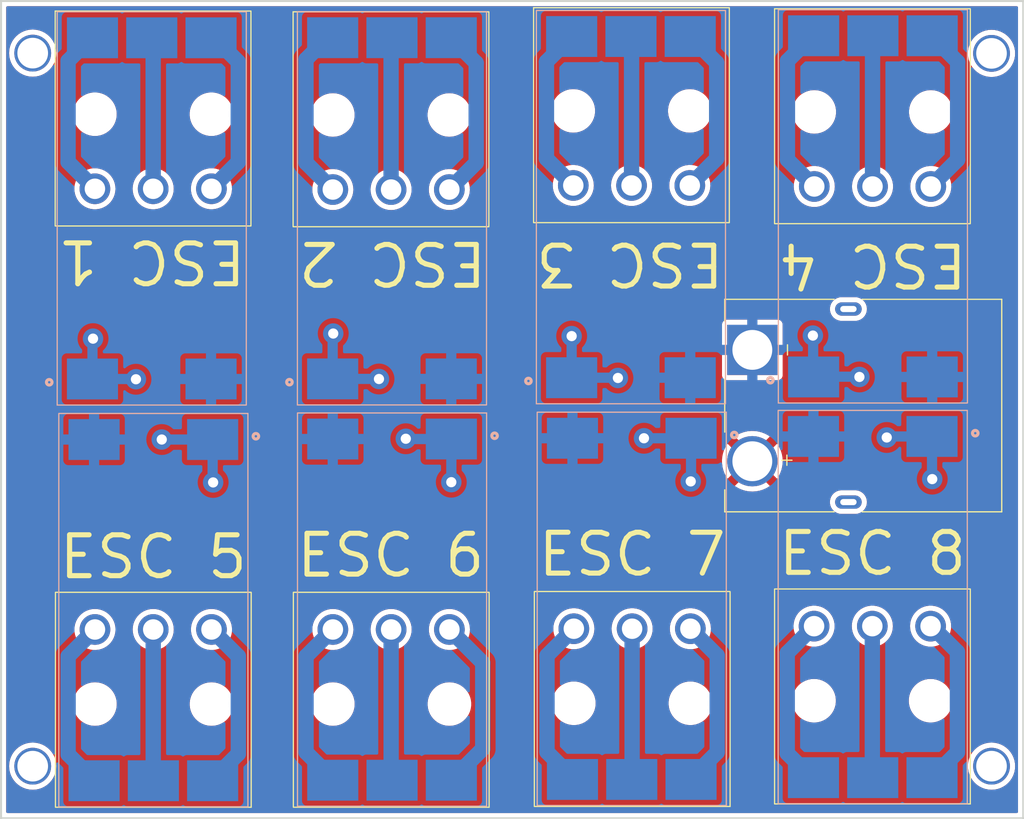
<source format=kicad_pcb>
(kicad_pcb (version 20221018) (generator pcbnew)
  (layers (0 "F.Cu" signal) (31 "B.Cu" signal) (34 "B.Paste" user) (35 "F.Paste" user) (36 "B.SilkS" user "B.Silkscreen") (37 "F.SilkS" user "F.Silkscreen") (38 "B.Mask" user) (39 "F.Mask" user) (44 "Edge.Cuts" user))
  (net 0 "")
  (net 1 "Net-(J1-Pad1)")
  (net 2 "Net-(J1-Pad2)")
  (net 3 "Net-(J1-Pad3)")
  (net 4 "Net-(J2-Pad1)")
  (net 5 "Net-(J2-Pad2)")
  (net 6 "Net-(J2-Pad3)")
  (net 7 "Net-(J3-Pad1)")
  (net 8 "Net-(J3-Pad2)")
  (net 9 "Net-(J3-Pad3)")
  (net 10 "Net-(J4-Pad1)")
  (net 11 "Net-(J4-Pad2)")
  (net 12 "Net-(J4-Pad3)")
  (net 13 "Net-(J5-Pad1)")
  (net 14 "Net-(J5-Pad2)")
  (net 15 "Net-(J5-Pad3)")
  (net 16 "Net-(J6-Pad1)")
  (net 17 "Net-(J6-Pad2)")
  (net 18 "Net-(J6-Pad3)")
  (net 19 "Net-(J7-Pad1)")
  (net 20 "Net-(J7-Pad2)")
  (net 21 "Net-(J7-Pad3)")
  (net 22 "Net-(J8-Pad1)")
  (net 23 "Net-(J8-Pad2)")
  (net 24 "Net-(J8-Pad3)")
  (net 25 "+BATT")
  (net 26 "GND")
  (footprint "0_misc:plated_hole_3.0x3.6mm" (layer "F.Cu") (at 146.9 124.9)
    (fp_text reference "U13" hide)
    (fp_text value "Mounting-holes" hide)
    (pad "1" thru_hole circle (at 0 0) (size 3.6 3.6) (drill 3) (layers "*.Cu" "*.Mask"))
  )
  (footprint "5_Connectors_Molex:MegaF_RAH_Single_3x5.7mm" (layer "F.Cu") (at 135.265 72.155 180)
    (fp_text reference "J8" hide)
    (fp_text value "header_01x03" hide)
    (fp_rect (start 9.59 21.4) (end -9.56 0.36) (stroke (width 0.12)) (fill none) (layer "F.SilkS"))
    (pad "" np_thru_hole circle (at -5.695 11.3 180) (size 3.25 3.25) (drill 3.25) (layers "F&B.Cu" "*.Mask"))
    (pad "" np_thru_hole circle (at 5.705 11.3 180) (size 3.25 3.25) (drill 3.25) (layers "F&B.Cu" "*.Mask"))
    (pad "1" thru_hole circle (at -5.695 4 180) (size 3 3) (drill 2) (layers "*.Cu" "*.Mask") (net 22 "Net-(J8-Pad1)"))
    (pad "2" thru_hole circle (at 0.005 4 180) (size 3 3) (drill 2) (layers "*.Cu" "*.Mask") (net 23 "Net-(J8-Pad2)"))
    (pad "3" thru_hole circle (at 5.705 4 180) (size 3 3) (drill 2) (layers "*.Cu" "*.Mask") (net 24 "Net-(J8-Pad3)"))
  )
  (footprint "5_Connectors_Molex:MegaF_RAH_Single_3x5.7mm" (layer "F.Cu") (at 111.69 72.055 180)
    (fp_text reference "J7" hide)
    (fp_text value "header_01x03" hide)
    (fp_rect (start 9.59 21.4) (end -9.56 0.36) (stroke (width 0.12)) (fill none) (layer "F.SilkS"))
    (pad "" np_thru_hole circle (at -5.695 11.3 180) (size 3.25 3.25) (drill 3.25) (layers "F&B.Cu" "*.Mask"))
    (pad "" np_thru_hole circle (at 5.705 11.3 180) (size 3.25 3.25) (drill 3.25) (layers "F&B.Cu" "*.Mask"))
    (pad "1" thru_hole circle (at -5.695 4 180) (size 3 3) (drill 2) (layers "*.Cu" "*.Mask") (net 19 "Net-(J7-Pad1)"))
    (pad "2" thru_hole circle (at 0.005 4 180) (size 3 3) (drill 2) (layers "*.Cu" "*.Mask") (net 20 "Net-(J7-Pad2)"))
    (pad "3" thru_hole circle (at 5.705 4 180) (size 3 3) (drill 2) (layers "*.Cu" "*.Mask") (net 21 "Net-(J7-Pad3)"))
  )
  (footprint "0_misc:plated_hole_3.0x3.6mm" (layer "F.Cu") (at 146.9 55.125)
    (fp_text reference "U11" hide)
    (fp_text value "Mounting-holes" hide)
    (pad "1" thru_hole circle (at 0 0) (size 3.6 3.6) (drill 3) (layers "*.Cu" "*.Mask"))
  )
  (footprint "5_Connectors_Molex:MegaF_RAH_Single_3x5.7mm" (layer "F.Cu") (at 64.885 107.52)
    (fp_text reference "J4" hide)
    (fp_text value "header_01x03" hide)
    (fp_rect (start 9.59 21.4) (end -9.56 0.36) (stroke (width 0.12)) (fill none) (layer "F.SilkS"))
    (pad "" np_thru_hole circle (at -5.695 11.3) (size 3.25 3.25) (drill 3.25) (layers "F&B.Cu" "*.Mask"))
    (pad "" np_thru_hole circle (at 5.705 11.3) (size 3.25 3.25) (drill 3.25) (layers "F&B.Cu" "*.Mask"))
    (pad "1" thru_hole circle (at -5.695 4) (size 3 3) (drill 2) (layers "*.Cu" "*.Mask") (net 10 "Net-(J4-Pad1)"))
    (pad "2" thru_hole circle (at 0.005 4) (size 3 3) (drill 2) (layers "*.Cu" "*.Mask") (net 11 "Net-(J4-Pad2)"))
    (pad "3" thru_hole circle (at 5.705 4) (size 3 3) (drill 2) (layers "*.Cu" "*.Mask") (net 12 "Net-(J4-Pad3)"))
  )
  (footprint "5_Connectors_Molex:MegaF_RAH_Single_3x5.7mm" (layer "F.Cu") (at 88.165 72.455 180)
    (fp_text reference "J5" hide)
    (fp_text value "header_01x03" hide)
    (fp_rect (start 9.59 21.4) (end -9.56 0.36) (stroke (width 0.12)) (fill none) (layer "F.SilkS"))
    (pad "" np_thru_hole circle (at -5.695 11.3 180) (size 3.25 3.25) (drill 3.25) (layers "F&B.Cu" "*.Mask"))
    (pad "" np_thru_hole circle (at 5.705 11.3 180) (size 3.25 3.25) (drill 3.25) (layers "F&B.Cu" "*.Mask"))
    (pad "1" thru_hole circle (at -5.695 4 180) (size 3 3) (drill 2) (layers "*.Cu" "*.Mask") (net 13 "Net-(J5-Pad1)"))
    (pad "2" thru_hole circle (at 0.005 4 180) (size 3 3) (drill 2) (layers "*.Cu" "*.Mask") (net 14 "Net-(J5-Pad2)"))
    (pad "3" thru_hole circle (at 5.705 4 180) (size 3 3) (drill 2) (layers "*.Cu" "*.Mask") (net 15 "Net-(J5-Pad3)"))
  )
  (footprint "5_Connectors_Molex:MegaF_RAH_Single_3x5.7mm" (layer "F.Cu") (at 135.235 107.195)
    (fp_text reference "J3" hide)
    (fp_text value "header_01x03" hide)
    (fp_rect (start 9.59 21.4) (end -9.56 0.36) (stroke (width 0.12)) (fill none) (layer "F.SilkS"))
    (pad "" np_thru_hole circle (at -5.695 11.3) (size 3.25 3.25) (drill 3.25) (layers "F&B.Cu" "*.Mask"))
    (pad "" np_thru_hole circle (at 5.705 11.3) (size 3.25 3.25) (drill 3.25) (layers "F&B.Cu" "*.Mask"))
    (pad "1" thru_hole circle (at -5.695 4) (size 3 3) (drill 2) (layers "*.Cu" "*.Mask") (net 7 "Net-(J3-Pad1)"))
    (pad "2" thru_hole circle (at 0.005 4) (size 3 3) (drill 2) (layers "*.Cu" "*.Mask") (net 8 "Net-(J3-Pad2)"))
    (pad "3" thru_hole circle (at 5.705 4) (size 3 3) (drill 2) (layers "*.Cu" "*.Mask") (net 9 "Net-(J3-Pad3)"))
  )
  (footprint "5_Connectors_Molex:MegaF_RAH_Single_3x5.7mm" (layer "F.Cu") (at 64.89 72.38 180)
    (fp_text reference "J2" hide)
    (fp_text value "header_01x03" hide)
    (fp_rect (start 9.59 21.4) (end -9.56 0.36) (stroke (width 0.12)) (fill none) (layer "F.SilkS"))
    (pad "" np_thru_hole circle (at -5.695 11.3 180) (size 3.25 3.25) (drill 3.25) (layers "F&B.Cu" "*.Mask"))
    (pad "" np_thru_hole circle (at 5.705 11.3 180) (size 3.25 3.25) (drill 3.25) (layers "F&B.Cu" "*.Mask"))
    (pad "1" thru_hole circle (at -5.695 4 180) (size 3 3) (drill 2) (layers "*.Cu" "*.Mask") (net 4 "Net-(J2-Pad1)"))
    (pad "2" thru_hole circle (at 0.005 4 180) (size 3 3) (drill 2) (layers "*.Cu" "*.Mask") (net 5 "Net-(J2-Pad2)"))
    (pad "3" thru_hole circle (at 5.705 4 180) (size 3 3) (drill 2) (layers "*.Cu" "*.Mask") (net 6 "Net-(J2-Pad3)"))
  )
  (footprint "5_Connectors_Molex:MegaF_RAH_Single_3x5.7mm" (layer "F.Cu") (at 111.735 107.445)
    (fp_text reference "J1" hide)
    (fp_text value "header_01x03" hide)
    (fp_rect (start 9.59 21.4) (end -9.56 0.36) (stroke (width 0.12)) (fill none) (layer "F.SilkS"))
    (pad "" np_thru_hole circle (at -5.695 11.3) (size 3.25 3.25) (drill 3.25) (layers "F&B.Cu" "*.Mask"))
    (pad "" np_thru_hole circle (at 5.705 11.3) (size 3.25 3.25) (drill 3.25) (layers "F&B.Cu" "*.Mask"))
    (pad "1" thru_hole circle (at -5.695 4) (size 3 3) (drill 2) (layers "*.Cu" "*.Mask") (net 1 "Net-(J1-Pad1)"))
    (pad "2" thru_hole circle (at 0.005 4) (size 3 3) (drill 2) (layers "*.Cu" "*.Mask") (net 2 "Net-(J1-Pad2)"))
    (pad "3" thru_hole circle (at 5.705 4) (size 3 3) (drill 2) (layers "*.Cu" "*.Mask") (net 3 "Net-(J1-Pad3)"))
  )
  (footprint "0_misc:plated_hole_3.0x3.6mm" (layer "F.Cu") (at 53.1 55.1)
    (fp_text reference "U10" hide)
    (fp_text value "Mounting-holes" hide)
    (pad "1" thru_hole circle (at 0 0) (size 3.6 3.6) (drill 3) (layers "*.Cu" "*.Mask"))
  )
  (footprint "5_Connectors_AMASS:AMASS_XT90PW-M_Horizontal" (layer "F.Cu") (at 135.54 89.61 -90)
    (fp_text reference "U1" hide)
    (fp_text value "XT90PW-M" hide)
    (fp_line (start -10.41 -12.36) (end -10.41 1.29) (stroke (width 0.127)) (layer "F.SilkS"))
    (fp_line (start -10.41 4.04) (end -10.41 14.74) (stroke (width 0.127)) (layer "F.SilkS"))
    (fp_line (start -10.41 14.74) (end -8.26 14.74) (stroke (width 0.127)) (layer "F.SilkS"))
    (fp_line (start -4.96 8.6) (end -5.96 8.6) (stroke (width 0.127)) (layer "F.SilkS"))
    (fp_line (start 2.59 14.74) (end -2.61 14.74) (stroke (width 0.127)) (layer "F.SilkS"))
    (fp_line (start 4.84 8.66) (end 5.84 8.66) (stroke (width 0.127)) (layer "F.SilkS"))
    (fp_line (start 5.34 8.16) (end 5.34 9.16) (stroke (width 0.127)) (layer "F.SilkS"))
    (fp_line (start 8.24 14.74) (end 10.39 14.74) (stroke (width 0.127)) (layer "F.SilkS"))
    (fp_line (start 10.39 -12.36) (end -10.41 -12.36) (stroke (width 0.127)) (layer "F.SilkS"))
    (fp_line (start 10.39 1.29) (end 10.39 -12.36) (stroke (width 0.127)) (layer "F.SilkS"))
    (fp_line (start 10.39 14.74) (end 10.39 4.04) (stroke (width 0.127)) (layer "F.SilkS"))
    (pad "" thru_hole oval (at -9.46 2.64 90) (size 1.3 2.6) (drill oval 0.6 1.6) (layers "*.Cu" "*.Mask"))
    (pad "" thru_hole oval (at 9.44 2.64 90) (size 1.3 2.6) (drill oval 0.6 1.6) (layers "*.Cu" "*.Mask"))
    (pad "1" thru_hole rect (at -5.46 12.04 90) (size 4.916 4.916) (drill 3.9) (layers "*.Cu" "*.Mask") (net 26 "GND"))
    (pad "2" thru_hole circle (at 5.44 12.04 90) (size 4.916 4.916) (drill 3.9) (layers "*.Cu" "*.Mask") (net 25 "+BATT"))
  )
  (footprint "0_misc:plated_hole_3.0x3.6mm" (layer "F.Cu") (at 53.1 124.9)
    (fp_text reference "U12" hide)
    (fp_text value "Mounting-holes" hide)
    (pad "1" thru_hole circle (at 0 0) (size 3.6 3.6) (drill 3) (layers "*.Cu" "*.Mask"))
  )
  (footprint "5_Connectors_Molex:MegaF_RAH_Single_3x5.7mm" (layer "F.Cu") (at 88.16 107.52)
    (fp_text reference "J6" hide)
    (fp_text value "header_01x03" hide)
    (fp_rect (start 9.59 21.4) (end -9.56 0.36) (stroke (width 0.12)) (fill none) (layer "F.SilkS"))
    (pad "" np_thru_hole circle (at -5.695 11.3) (size 3.25 3.25) (drill 3.25) (layers "F&B.Cu" "*.Mask"))
    (pad "" np_thru_hole circle (at 5.705 11.3) (size 3.25 3.25) (drill 3.25) (layers "F&B.Cu" "*.Mask"))
    (pad "1" thru_hole circle (at -5.695 4) (size 3 3) (drill 2) (layers "*.Cu" "*.Mask") (net 16 "Net-(J6-Pad1)"))
    (pad "2" thru_hole circle (at 0.005 4) (size 3 3) (drill 2) (layers "*.Cu" "*.Mask") (net 17 "Net-(J6-Pad2)"))
    (pad "3" thru_hole circle (at 5.705 4) (size 3 3) (drill 2) (layers "*.Cu" "*.Mask") (net 18 "Net-(J6-Pad3)"))
  )
  (footprint "hot_swap_footprints:esc" (layer "B.Cu") (at 111.625 70.175)
    (fp_text reference "U8" hide)
    (fp_text value "ESC" hide)
    (fp_rect (start -9.25 19.25) (end 9.25 -19.25) (stroke (width 0.12)) (fill none) (layer "B.SilkS"))
    (fp_circle (center -10.03 17.02) (end -9.758338 17.02) (stroke (width 0.3)) (fill none) (layer "B.SilkS"))
    (pad "1" smd rect (at -5.8 16.7) (size 5 4) (layers "B.Cu" "B.Paste" "B.Mask") (net 25 "+BATT"))
    (pad "2" smd rect (at 5.8 16.7) (size 5 4) (layers "B.Cu" "B.Paste" "B.Mask") (net 26 "GND"))
    (pad "3" smd rect (at -5.8 -16.7) (size 5 4) (layers "B.Cu" "B.Paste" "B.Mask") (net 21 "Net-(J7-Pad3)"))
    (pad "4" smd rect (at 0 -16.7) (size 5 4) (layers "B.Cu" "B.Paste" "B.Mask") (net 20 "Net-(J7-Pad2)"))
    (pad "5" smd rect (at 5.8 -16.7) (size 5 4) (layers "B.Cu" "B.Paste" "B.Mask") (net 19 "Net-(J7-Pad1)"))
  )
  (footprint "hot_swap_footprints:esc" (layer "B.Cu") (at 88.254169 109.575 180)
    (fp_text reference "U7" hide)
    (fp_text value "ESC" hide)
    (fp_rect (start -9.25 19.25) (end 9.25 -19.25) (stroke (width 0.12)) (fill none) (layer "B.SilkS"))
    (fp_circle (center -10.03 17.02) (end -9.758338 17.02) (stroke (width 0.3)) (fill none) (layer "B.SilkS"))
    (pad "1" smd rect (at -5.8 16.7 180) (size 5 4) (layers "B.Cu" "B.Paste" "B.Mask") (net 25 "+BATT"))
    (pad "2" smd rect (at 5.8 16.7 180) (size 5 4) (layers "B.Cu" "B.Paste" "B.Mask") (net 26 "GND"))
    (pad "3" smd rect (at -5.8 -16.7 180) (size 5 4) (layers "B.Cu" "B.Paste" "B.Mask") (net 18 "Net-(J6-Pad3)"))
    (pad "4" smd rect (at 0 -16.7 180) (size 5 4) (layers "B.Cu" "B.Paste" "B.Mask") (net 17 "Net-(J6-Pad2)"))
    (pad "5" smd rect (at 5.8 -16.7 180) (size 5 4) (layers "B.Cu" "B.Paste" "B.Mask") (net 16 "Net-(J6-Pad1)"))
  )
  (footprint "hot_swap_footprints:esc" (layer "B.Cu") (at 135.295831 70.1)
    (fp_text reference "U9" hide)
    (fp_text value "ESC" hide)
    (fp_rect (start -9.25 19.25) (end 9.25 -19.25) (stroke (width 0.12)) (fill none) (layer "B.SilkS"))
    (fp_circle (center -10.03 17.02) (end -9.758338 17.02) (stroke (width 0.3)) (fill none) (layer "B.SilkS"))
    (pad "1" smd rect (at -5.8 16.7) (size 5 4) (layers "B.Cu" "B.Paste" "B.Mask") (net 25 "+BATT"))
    (pad "2" smd rect (at 5.8 16.7) (size 5 4) (layers "B.Cu" "B.Paste" "B.Mask") (net 26 "GND"))
    (pad "3" smd rect (at -5.8 -16.7) (size 5 4) (layers "B.Cu" "B.Paste" "B.Mask") (net 24 "Net-(J8-Pad3)"))
    (pad "4" smd rect (at 0 -16.7) (size 5 4) (layers "B.Cu" "B.Paste" "B.Mask") (net 23 "Net-(J8-Pad2)"))
    (pad "5" smd rect (at 5.8 -16.7) (size 5 4) (layers "B.Cu" "B.Paste" "B.Mask") (net 22 "Net-(J8-Pad1)"))
  )
  (footprint "hot_swap_footprints:esc" (layer "B.Cu") (at 88.245831 70.29)
    (fp_text reference "U6" hide)
    (fp_text value "ESC" hide)
    (fp_rect (start -9.25 19.25) (end 9.25 -19.25) (stroke (width 0.12)) (fill none) (layer "B.SilkS"))
    (fp_circle (center -10.03 17.02) (end -9.758338 17.02) (stroke (width 0.3)) (fill none) (layer "B.SilkS"))
    (pad "1" smd rect (at -5.8 16.7) (size 5 4) (layers "B.Cu" "B.Paste" "B.Mask") (net 25 "+BATT"))
    (pad "2" smd rect (at 5.8 16.7) (size 5 4) (layers "B.Cu" "B.Paste" "B.Mask") (net 26 "GND"))
    (pad "3" smd rect (at -5.8 -16.7) (size 5 4) (layers "B.Cu" "B.Paste" "B.Mask") (net 15 "Net-(J5-Pad3)"))
    (pad "4" smd rect (at 0 -16.7) (size 5 4) (layers "B.Cu" "B.Paste" "B.Mask") (net 14 "Net-(J5-Pad2)"))
    (pad "5" smd rect (at 5.8 -16.7) (size 5 4) (layers "B.Cu" "B.Paste" "B.Mask") (net 13 "Net-(J5-Pad1)"))
  )
  (footprint "hot_swap_footprints:esc" (layer "B.Cu") (at 64.903338 109.625 180)
    (fp_text reference "U5" hide)
    (fp_text value "ESC" hide)
    (fp_rect (start -9.25 19.25) (end 9.25 -19.25) (stroke (width 0.12)) (fill none) (layer "B.SilkS"))
    (fp_circle (center -10.03 17.02) (end -9.758338 17.02) (stroke (width 0.3)) (fill none) (layer "B.SilkS"))
    (pad "1" smd rect (at -5.8 16.7 180) (size 5 4) (layers "B.Cu" "B.Paste" "B.Mask") (net 25 "+BATT"))
    (pad "2" smd rect (at 5.8 16.7 180) (size 5 4) (layers "B.Cu" "B.Paste" "B.Mask") (net 26 "GND"))
    (pad "3" smd rect (at -5.8 -16.7 180) (size 5 4) (layers "B.Cu" "B.Paste" "B.Mask") (net 12 "Net-(J4-Pad3)"))
    (pad "4" smd rect (at 0 -16.7 180) (size 5 4) (layers "B.Cu" "B.Paste" "B.Mask") (net 11 "Net-(J4-Pad2)"))
    (pad "5" smd rect (at 5.8 -16.7 180) (size 5 4) (layers "B.Cu" "B.Paste" "B.Mask") (net 10 "Net-(J4-Pad1)"))
  )
  (footprint "hot_swap_footprints:esc" (layer "B.Cu") (at 64.745831 70.3)
    (fp_text reference "U3" hide)
    (fp_text value "ESC" hide)
    (fp_rect (start -9.25 19.25) (end 9.25 -19.25) (stroke (width 0.12)) (fill none) (layer "B.SilkS"))
    (fp_circle (center -10.03 17.02) (end -9.758338 17.02) (stroke (width 0.3)) (fill none) (layer "B.SilkS"))
    (pad "1" smd rect (at -5.8 16.7) (size 5 4) (layers "B.Cu" "B.Paste" "B.Mask") (net 25 "+BATT"))
    (pad "2" smd rect (at 5.8 16.7) (size 5 4) (layers "B.Cu" "B.Paste" "B.Mask") (net 26 "GND"))
    (pad "3" smd rect (at -5.8 -16.7) (size 5 4) (layers "B.Cu" "B.Paste" "B.Mask") (net 6 "Net-(J2-Pad3)"))
    (pad "4" smd rect (at 0 -16.7) (size 5 4) (layers "B.Cu" "B.Paste" "B.Mask") (net 5 "Net-(J2-Pad2)"))
    (pad "5" smd rect (at 5.8 -16.7) (size 5 4) (layers "B.Cu" "B.Paste" "B.Mask") (net 4 "Net-(J2-Pad1)"))
  )
  (footprint "hot_swap_footprints:esc" (layer "B.Cu") (at 111.704169 109.5 180)
    (fp_text reference "U2" hide)
    (fp_text value "ESC" hide)
    (fp_rect (start -9.25 19.25) (end 9.25 -19.25) (stroke (width 0.12)) (fill none) (layer "B.SilkS"))
    (fp_circle (center -10.03 17.02) (end -9.758338 17.02) (stroke (width 0.3)) (fill none) (layer "B.SilkS"))
    (pad "1" smd rect (at -5.8 16.7 180) (size 5 4) (layers "B.Cu" "B.Paste" "B.Mask") (net 25 "+BATT"))
    (pad "2" smd rect (at 5.8 16.7 180) (size 5 4) (layers "B.Cu" "B.Paste" "B.Mask") (net 26 "GND"))
    (pad "3" smd rect (at -5.8 -16.7 180) (size 5 4) (layers "B.Cu" "B.Paste" "B.Mask") (net 3 "Net-(J1-Pad3)"))
    (pad "4" smd rect (at 0 -16.7 180) (size 5 4) (layers "B.Cu" "B.Paste" "B.Mask") (net 2 "Net-(J1-Pad2)"))
    (pad "5" smd rect (at 5.8 -16.7 180) (size 5 4) (layers "B.Cu" "B.Paste" "B.Mask") (net 1 "Net-(J1-Pad1)"))
  )
  (footprint "hot_swap_footprints:esc" (layer "B.Cu") (at 135.279169 109.325 180)
    (fp_text reference "U4" hide)
    (fp_text value "ESC" hide)
    (fp_rect (start -9.25 19.25) (end 9.25 -19.25) (stroke (width 0.12)) (fill none) (layer "B.SilkS"))
    (fp_circle (center -10.03 17.02) (end -9.758338 17.02) (stroke (width 0.3)) (fill none) (layer "B.SilkS"))
    (pad "1" smd rect (at -5.8 16.7 180) (size 5 4) (layers "B.Cu" "B.Paste" "B.Mask") (net 25 "+BATT"))
    (pad "2" smd rect (at 5.8 16.7 180) (size 5 4) (layers "B.Cu" "B.Paste" "B.Mask") (net 26 "GND"))
    (pad "3" smd rect (at -5.8 -16.7 180) (size 5 4) (layers "B.Cu" "B.Paste" "B.Mask") (net 9 "Net-(J3-Pad3)"))
    (pad "4" smd rect (at 0 -16.7 180) (size 5 4) (layers "B.Cu" "B.Paste" "B.Mask") (net 8 "Net-(J3-Pad2)"))
    (pad "5" smd rect (at 5.8 -16.7 180) (size 5 4) (layers "B.Cu" "B.Paste" "B.Mask") (net 7 "Net-(J3-Pad1)"))
  )
  (gr_rect (start 50 50) (end 150 130) (stroke (width 0.2)) (fill none) (layer "Edge.Cuts"))
  (gr_text "ESC 7\n" (at 111.75 104.175) (layer "F.SilkS") (effects (font (size 4 4) (thickness 0.5))))
  (gr_text "ESC 5\n" (at 64.9 104.425) (layer "F.SilkS") (effects (font (size 4 4) (thickness 0.5))))
  (gr_text "ESC 3\n" (at 111.525 75.725 180) (layer "F.SilkS") (effects (font (size 4 4) (thickness 0.5))))
  (gr_text "ESC 4\n" (at 135.3 75.825 180) (layer "F.SilkS") (effects (font (size 4 4) (thickness 0.5))))
  (gr_text "ESC 2\n" (at 88.3 75.65 180) (layer "F.SilkS") (effects (font (size 4 4) (thickness 0.5))))
  (gr_text "ESC 6\n" (at 88.125 104.275) (layer "F.SilkS") (effects (font (size 4 4) (thickness 0.5))))
  (gr_text "ESC 1" (at 64.75 75.5 180) (layer "F.SilkS") (effects (font (size 4 4) (thickness 0.5))))
  (gr_text "ESC 8" (at 135.25 104.1) (layer "F.SilkS") (effects (font (size 4 4) (thickness 0.5))))
  (segment (start 106.04 111.445) (end 103.414999 114.070001) (width 1.5) (layer "B.Cu") (net 1))
  (segment (start 103.414999 123.514999) (end 105.875 125.975) (width 1.5) (layer "B.Cu") (net 1))
  (segment (start 103.414999 114.070001) (end 103.414999 123.514999) (width 1.5) (layer "B.Cu") (net 1))
  (segment (start 111.74 126.185) (end 111.725 126.2) (width 1.5) (layer "B.Cu") (net 2))
  (segment (start 111.74 111.445) (end 111.74 126.185) (width 1.5) (layer "B.Cu") (net 2))
  (segment (start 117.44 111.445) (end 120.065001 114.070001) (width 1.5) (layer "B.Cu") (net 3))
  (segment (start 120.065001 114.070001) (end 120.065001 123.534999) (width 1.5) (layer "B.Cu") (net 3))
  (segment (start 120.065001 123.534999) (end 117.525 126.075) (width 1.5) (layer "B.Cu") (net 3))
  (segment (start 70.585 68.38) (end 73.210001 65.754999) (width 1.5) (layer "B.Cu") (net 4))
  (segment (start 73.210001 65.754999) (end 73.210001 55.960001) (width 1.5) (layer "B.Cu") (net 4))
  (segment (start 73.210001 55.960001) (end 70.675 53.425) (width 1.5) (layer "B.Cu") (net 4))
  (segment (start 64.885 68.38) (end 64.885 53.61) (width 1.5) (layer "B.Cu") (net 5))
  (segment (start 59.185 68.38) (end 56.559999 65.754999) (width 1.5) (layer "B.Cu") (net 6))
  (segment (start 56.559999 55.865001) (end 58.975 53.45) (width 1.5) (layer "B.Cu") (net 6))
  (segment (start 56.559999 65.754999) (end 56.559999 55.865001) (width 1.5) (layer "B.Cu") (net 6))
  (segment (start 126.914999 113.820001) (end 126.914999 123.639999) (width 1.5) (layer "B.Cu") (net 7))
  (segment (start 126.914999 123.639999) (end 129.3 126.025) (width 1.5) (layer "B.Cu") (net 7))
  (segment (start 129.54 111.195) (end 126.914999 113.820001) (width 1.5) (layer "B.Cu") (net 7))
  (segment (start 135.24 111.195) (end 135.24 126.09) (width 1.5) (layer "B.Cu") (net 8))
  (segment (start 143.565001 123.539168) (end 143.565001 113.715001) (width 1.5) (layer "B.Cu") (net 9))
  (segment (start 143.565001 113.715001) (end 141.025 111.175) (width 1.5) (layer "B.Cu") (net 9))
  (segment (start 141.079169 126.025) (end 143.565001 123.539168) (width 1.5) (layer "B.Cu") (net 9))
  (segment (start 56.564999 123.739999) (end 59.175 126.35) (width 1.5) (layer "B.Cu") (net 10))
  (segment (start 59.19 111.52) (end 56.564999 114.145001) (width 1.5) (layer "B.Cu") (net 10))
  (segment (start 56.564999 114.145001) (end 56.564999 123.739999) (width 1.5) (layer "B.Cu") (net 10))
  (segment (start 64.89 111.52) (end 64.89 126.46) (width 1.5) (layer "B.Cu") (net 11))
  (segment (start 70.59 111.52) (end 73.215001 114.145001) (width 1.5) (layer "B.Cu") (net 12))
  (segment (start 73.215001 114.145001) (end 73.215001 123.684999) (width 1.5) (layer "B.Cu") (net 12))
  (segment (start 73.215001 123.684999) (end 70.625 126.275) (width 1.5) (layer "B.Cu") (net 12))
  (segment (start 96.485001 56.060001) (end 94.025 53.6) (width 1.5) (layer "B.Cu") (net 13))
  (segment (start 93.86 68.455) (end 96.485001 65.829999) (width 1.5) (layer "B.Cu") (net 13))
  (segment (start 96.485001 65.829999) (end 96.485001 56.060001) (width 1.5) (layer "B.Cu") (net 13))
  (segment (start 88.16 68.455) (end 88.16 53.365) (width 1.5) (layer "B.Cu") (net 14))
  (segment (start 79.834999 65.829999) (end 79.834999 55.715001) (width 1.5) (layer "B.Cu") (net 15))
  (segment (start 79.834999 55.715001) (end 82.2 53.35) (width 1.5) (layer "B.Cu") (net 15))
  (segment (start 82.46 68.455) (end 79.834999 65.829999) (width 1.5) (layer "B.Cu") (net 15))
  (segment (start 79.839999 123.539999) (end 82.625 126.325) (width 1.5) (layer "B.Cu") (net 16))
  (segment (start 82.465 111.52) (end 79.839999 114.145001) (width 1.5) (layer "B.Cu") (net 16))
  (segment (start 79.839999 114.145001) (end 79.839999 123.539999) (width 1.5) (layer "B.Cu") (net 16))
  (segment (start 88.165 111.52) (end 88.165 126.39) (width 1.5) (layer "B.Cu") (net 17))
  (segment (start 93.865 111.52) (end 97.125 114.78) (width 1.5) (layer "B.Cu") (net 18))
  (segment (start 97.125 123.2) (end 94 126.325) (width 1.5) (layer "B.Cu") (net 18))
  (segment (start 97.125 114.78) (end 97.125 123.2) (width 1.5) (layer "B.Cu") (net 18))
  (segment (start 120.010001 65.429999) (end 120.010001 56.035001) (width 1.5) (layer "B.Cu") (net 19))
  (segment (start 120.010001 56.035001) (end 117.425 53.45) (width 1.5) (layer "B.Cu") (net 19))
  (segment (start 117.385 68.055) (end 120.010001 65.429999) (width 1.5) (layer "B.Cu") (net 19))
  (segment (start 111.685 53.61) (end 111.575 53.5) (width 1.5) (layer "B.Cu") (net 20))
  (segment (start 111.685 68.055) (end 111.685 53.61) (width 1.5) (layer "B.Cu") (net 20))
  (segment (start 103.359999 65.429999) (end 103.359999 55.940001) (width 1.5) (layer "B.Cu") (net 21))
  (segment (start 103.359999 55.940001) (end 105.775 53.525) (width 1.5) (layer "B.Cu") (net 21))
  (segment (start 105.985 68.055) (end 103.359999 65.429999) (width 1.5) (layer "B.Cu") (net 21))
  (segment (start 143.585001 65.529999) (end 143.585001 55.960001) (width 1.5) (layer "B.Cu") (net 22))
  (segment (start 143.585001 55.960001) (end 140.975 53.35) (width 1.5) (layer "B.Cu") (net 22))
  (segment (start 140.96 68.155) (end 143.585001 65.529999) (width 1.5) (layer "B.Cu") (net 22))
  (segment (start 135.26 68.155) (end 135.26 53.31) (width 1.5) (layer "B.Cu") (net 23))
  (segment (start 129.56 68.155) (end 126.934999 65.529999) (width 1.5) (layer "B.Cu") (net 24))
  (segment (start 126.934999 65.529999) (end 126.934999 55.865001) (width 1.5) (layer "B.Cu") (net 24))
  (segment (start 126.934999 55.865001) (end 129.55 53.25) (width 1.5) (layer "B.Cu") (net 24))
  (via (at 63.2 87.025) (size 2) (drill 1) (layers "F.Cu" "B.Cu") (net 25))
  (via (at 117.475 97.025) (size 2) (drill 1) (layers "F.Cu" "B.Cu") (net 25))
  (via (at 82.5 82.55) (size 2) (drill 1) (layers "F.Cu" "B.Cu") (net 25))
  (via (at 112.9 92.8) (size 2) (drill 1) (layers "F.Cu" "B.Cu") (net 25))
  (via (at 89.6 92.85) (size 2) (drill 1) (layers "F.Cu" "B.Cu") (net 25))
  (via (at 70.75 97.125) (size 2) (drill 1) (layers "F.Cu" "B.Cu") (net 25))
  (via (at 141.1 96.8) (size 2) (drill 1) (layers "F.Cu" "B.Cu") (net 25))
  (via (at 136.65 92.725) (size 2) (drill 1) (layers "F.Cu" "B.Cu") (net 25))
  (via (at 129.425 82.75) (size 2) (drill 1) (layers "F.Cu" "B.Cu") (net 25))
  (via (at 86.975 87) (size 2) (drill 1) (layers "F.Cu" "B.Cu") (net 25))
  (via (at 94.05 97.1) (size 2) (drill 1) (layers "F.Cu" "B.Cu") (net 25))
  (via (at 65.725 92.925) (size 2) (drill 1) (layers "F.Cu" "B.Cu") (net 25))
  (via (at 105.825 82.8) (size 2) (drill 1) (layers "F.Cu" "B.Cu") (net 25))
  (via (at 133.975 86.8) (size 2) (drill 1) (layers "F.Cu" "B.Cu") (net 25))
  (via (at 110.35 86.9) (size 2) (drill 1) (layers "F.Cu" "B.Cu") (net 25))
  (via (at 59 83.05) (size 2) (drill 1) (layers "F.Cu" "B.Cu") (net 25))
  (segment (start 94.054169 97.095831) (end 94.05 97.1) (width 1) (layer "B.Cu") (net 25))
  (segment (start 70.703338 92.925) (end 70.703338 97.078338) (width 1) (layer "B.Cu") (net 25))
  (segment (start 129.45 86.775) (end 133.95 86.775) (width 1) (layer "B.Cu") (net 25))
  (segment (start 141.079169 96.779169) (end 141.1 96.8) (width 1) (layer "B.Cu") (net 25))
  (segment (start 117.504169 92.8) (end 112.9 92.8) (width 1) (layer "B.Cu") (net 25))
  (segment (start 117.504169 96.995831) (end 117.475 97.025) (width 1) (layer "B.Cu") (net 25))
  (segment (start 94.054169 92.875) (end 94.054169 97.095831) (width 1) (layer "B.Cu") (net 25))
  (segment (start 82.445831 82.604169) (end 82.5 82.55) (width 1) (layer "B.Cu") (net 25))
  (segment (start 129.45 82.775) (end 129.425 82.75) (width 1) (layer "B.Cu") (net 25))
  (segment (start 136.65 92.725) (end 136.75 92.625) (width 1) (layer "B.Cu") (net 25))
  (segment (start 58.945831 83.104169) (end 59 83.05) (width 1) (layer "B.Cu") (net 25))
  (segment (start 136.75 92.625) (end 141.079169 92.625) (width 1) (layer "B.Cu") (net 25))
  (segment (start 89.625 92.875) (end 89.6 92.85) (width 1) (layer "B.Cu") (net 25))
  (segment (start 82.445831 86.99) (end 82.445831 82.604169) (width 1) (layer "B.Cu") (net 25))
  (segment (start 105.825 86.875) (end 110.325 86.875) (width 1) (layer "B.Cu") (net 25))
  (segment (start 63.175 87) (end 63.2 87.025) (width 1) (layer "B.Cu") (net 25))
  (segment (start 82.445831 86.99) (end 86.965 86.99) (width 1) (layer "B.Cu") (net 25))
  (segment (start 70.703338 97.078338) (end 70.75 97.125) (width 1) (layer "B.Cu") (net 25))
  (segment (start 94.054169 92.875) (end 89.625 92.875) (width 1) (layer "B.Cu") (net 25))
  (segment (start 133.95 86.775) (end 133.975 86.8) (width 1) (layer "B.Cu") (net 25))
  (segment (start 105.825 86.875) (end 105.825 82.8) (width 1) (layer "B.Cu") (net 25))
  (segment (start 58.945831 87) (end 63.175 87) (width 1) (layer "B.Cu") (net 25))
  (segment (start 141.079169 92.625) (end 141.079169 96.779169) (width 1) (layer "B.Cu") (net 25))
  (segment (start 110.325 86.875) (end 110.35 86.9) (width 1) (layer "B.Cu") (net 25))
  (segment (start 58.945831 87) (end 58.945831 83.104169) (width 1) (layer "B.Cu") (net 25))
  (segment (start 65.725 92.925) (end 70.703338 92.925) (width 1) (layer "B.Cu") (net 25))
  (segment (start 129.45 86.775) (end 129.45 82.775) (width 1) (layer "B.Cu") (net 25))
  (segment (start 117.504169 92.8) (end 117.504169 96.995831) (width 1) (layer "B.Cu") (net 25))
  (segment (start 86.965 86.99) (end 86.975 87) (width 1) (layer "B.Cu") (net 25))
  (zone (net 25) (net_name "+BATT") (layer "F.Cu") (connect_pads (clearance 0.508)) (min_thickness 0.254) (fill yes (thermal_gap 0.508) (thermal_bridge_width 1))
    (polygon (pts (xy 149.5 129.5) (xy 50.5 129.5) (xy 50.5 50.5) (xy 149.5 50.5)))
  )
  (zone (net 26) (net_name "GND") (layer "B.Cu") (connect_pads (clearance 0.508)) (min_thickness 0.254) (fill yes (thermal_gap 0.508) (thermal_bridge_width 1))
    (polygon (pts (xy 149.5 129.5) (xy 50.5 129.5) (xy 50.5 50.5) (xy 149.5 50.5)))
  )
)
</source>
